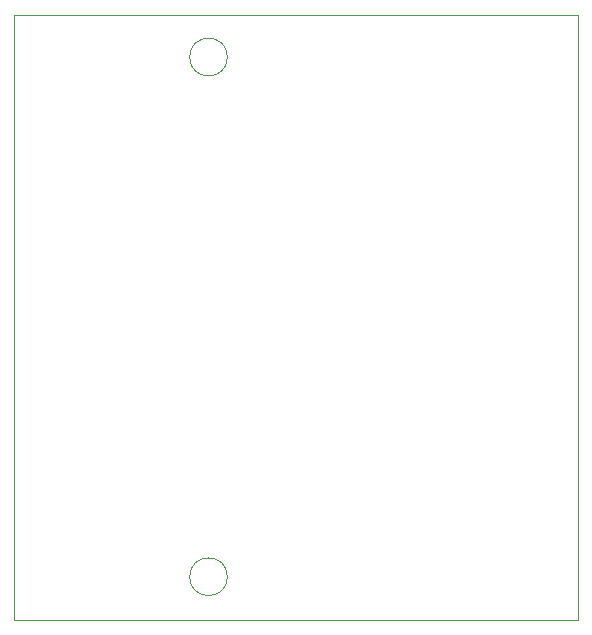
<source format=gbr>
%TF.GenerationSoftware,KiCad,Pcbnew,(5.1.9)-1*%
%TF.CreationDate,2021-01-06T02:37:49+01:00*%
%TF.ProjectId,SerialBT-Flarm-2.0,53657269-616c-4425-942d-466c61726d2d,2.0*%
%TF.SameCoordinates,Original*%
%TF.FileFunction,Profile,NP*%
%FSLAX46Y46*%
G04 Gerber Fmt 4.6, Leading zero omitted, Abs format (unit mm)*
G04 Created by KiCad (PCBNEW (5.1.9)-1) date 2021-01-06 02:37:49*
%MOMM*%
%LPD*%
G01*
G04 APERTURE LIST*
%TA.AperFunction,Profile*%
%ADD10C,0.050000*%
%TD*%
G04 APERTURE END LIST*
D10*
X147257500Y-113340000D02*
G75*
G03*
X147257500Y-113340000I-1600000J0D01*
G01*
X147257500Y-69340000D02*
G75*
G03*
X147257500Y-69340000I-1600000J0D01*
G01*
X176911000Y-116967000D02*
X129222500Y-116967000D01*
X176911000Y-65786000D02*
X176911000Y-116967000D01*
X129222500Y-65786000D02*
X176911000Y-65786000D01*
X129222500Y-116967000D02*
X129222500Y-65786000D01*
M02*

</source>
